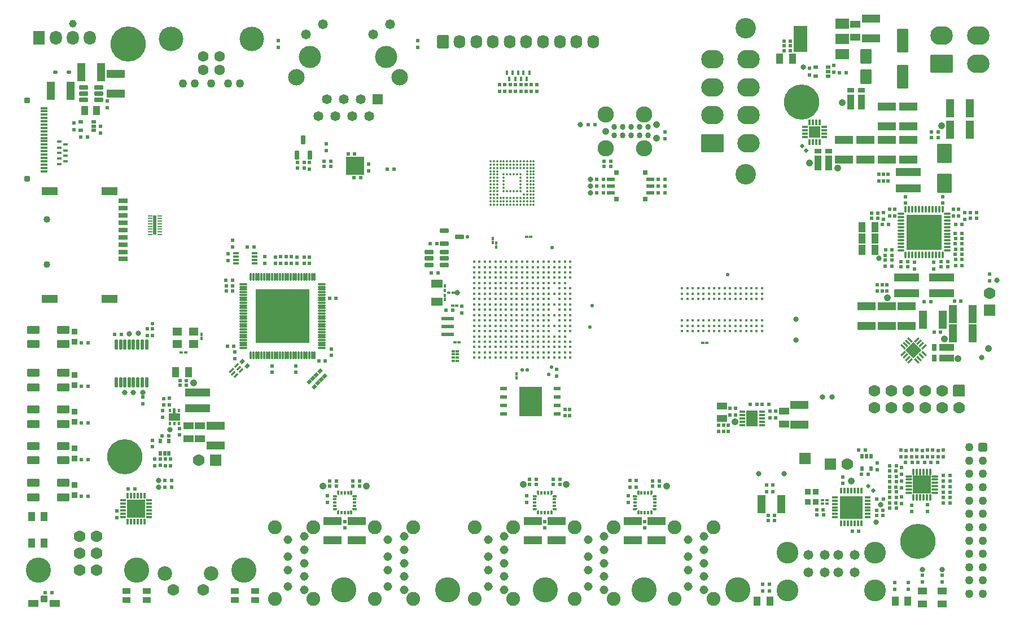
<source format=gts>
%FSLAX23Y23*%
%MOIN*%
%SFA1B1*%

%IPPOS*%
%AMD110*
4,1,8,0.025600,0.021200,-0.025600,0.021200,-0.031000,0.015700,-0.031000,-0.015700,-0.025600,-0.021200,0.025600,-0.021200,0.031000,-0.015700,0.031000,0.015700,0.025600,0.021200,0.0*
1,1,0.010860,0.025600,0.015700*
1,1,0.010860,-0.025600,0.015700*
1,1,0.010860,-0.025600,-0.015700*
1,1,0.010860,0.025600,-0.015700*
%
%AMD111*
4,1,8,0.016100,0.019200,-0.016100,0.019200,-0.021200,0.014200,-0.021200,-0.014200,-0.016100,-0.019200,0.016100,-0.019200,0.021200,-0.014200,0.021200,0.014200,0.016100,0.019200,0.0*
1,1,0.010080,0.016100,0.014200*
1,1,0.010080,-0.016100,0.014200*
1,1,0.010080,-0.016100,-0.014200*
1,1,0.010080,0.016100,-0.014200*
%
%AMD114*
4,1,8,0.006400,-0.015000,0.006400,0.015000,0.003700,0.017700,-0.003700,0.017700,-0.006400,0.015000,-0.006400,-0.015000,-0.003700,-0.017700,0.003700,-0.017700,0.006400,-0.015000,0.0*
1,1,0.005460,0.003700,-0.015000*
1,1,0.005460,0.003700,0.015000*
1,1,0.005460,-0.003700,0.015000*
1,1,0.005460,-0.003700,-0.015000*
%
%AMD115*
4,1,8,0.017700,-0.003700,0.017700,0.003700,0.015000,0.006400,-0.015000,0.006400,-0.017700,0.003700,-0.017700,-0.003700,-0.015000,-0.006400,0.015000,-0.006400,0.017700,-0.003700,0.0*
1,1,0.005460,0.015000,-0.003700*
1,1,0.005460,0.015000,0.003700*
1,1,0.005460,-0.015000,0.003700*
1,1,0.005460,-0.015000,-0.003700*
%
%AMD117*
4,1,8,-0.033000,0.038300,-0.033000,-0.038300,-0.026400,-0.044800,0.026400,-0.044800,0.033000,-0.038300,0.033000,0.038300,0.026400,0.044800,-0.026400,0.044800,-0.033000,0.038300,0.0*
1,1,0.013080,-0.026400,0.038300*
1,1,0.013080,-0.026400,-0.038300*
1,1,0.013080,0.026400,-0.038300*
1,1,0.013080,0.026400,0.038300*
%
%AMD118*
4,1,8,0.015100,-0.006100,-0.006100,0.015100,-0.009900,0.015100,-0.015100,0.009900,-0.015100,0.006100,0.006100,-0.015100,0.009900,-0.015100,0.015100,-0.009900,0.015100,-0.006100,0.0*
1,1,0.005460,0.013200,-0.008000*
1,1,0.005460,-0.008000,0.013200*
1,1,0.005460,-0.013200,0.008000*
1,1,0.005460,0.008000,-0.013200*
%
%AMD119*
4,1,8,0.015100,0.009900,0.009900,0.015100,0.006100,0.015100,-0.015100,-0.006100,-0.015100,-0.009900,-0.009900,-0.015100,-0.006100,-0.015100,0.015100,0.006100,0.015100,0.009900,0.0*
1,1,0.005460,0.013200,0.008000*
1,1,0.005460,0.008000,0.013200*
1,1,0.005460,-0.013200,-0.008000*
1,1,0.005460,-0.008000,-0.013200*
%
%AMD120*
4,1,4,0.000000,0.048800,-0.048800,0.000000,0.000000,-0.048800,0.048800,0.000000,0.000000,0.048800,0.0*
%
%AMD127*
4,1,8,0.009600,0.010400,-0.009600,0.010400,-0.013300,0.006600,-0.013300,-0.006600,-0.009600,-0.010400,0.009600,-0.010400,0.013300,-0.006600,0.013300,0.006600,0.009600,0.010400,0.0*
1,1,0.007420,0.009600,0.006600*
1,1,0.007420,-0.009600,0.006600*
1,1,0.007420,-0.009600,-0.006600*
1,1,0.007420,0.009600,-0.006600*
%
%AMD128*
4,1,8,0.023100,0.013300,-0.023100,0.013300,-0.027600,0.008900,-0.027600,-0.008900,-0.023100,-0.013300,0.023100,-0.013300,0.027600,-0.008900,0.027600,0.008900,0.023100,0.013300,0.0*
1,1,0.008900,0.023100,0.008900*
1,1,0.008900,-0.023100,0.008900*
1,1,0.008900,-0.023100,-0.008900*
1,1,0.008900,0.023100,-0.008900*
%
%AMD138*
4,1,4,0.016300,0.000300,0.000300,0.016300,-0.016300,-0.000300,-0.000300,-0.016300,0.016300,0.000300,0.0*
%
%AMD142*
4,1,8,0.000000,-0.025100,0.000000,-0.025100,0.005400,-0.019700,0.005400,0.019700,0.000000,0.025100,0.000000,0.025100,-0.005400,0.019700,-0.005400,-0.019700,0.000000,-0.025100,0.0*
1,1,0.010860,0.000000,-0.019700*
1,1,0.010860,0.000000,-0.019700*
1,1,0.010860,0.000000,0.019700*
1,1,0.010860,0.000000,0.019700*
%
%AMD143*
4,1,8,-0.025100,0.000000,-0.025100,0.000000,-0.019700,-0.005400,0.019700,-0.005400,0.025100,0.000000,0.025100,0.000000,0.019700,0.005400,-0.019700,0.005400,-0.025100,0.000000,0.0*
1,1,0.010860,-0.019700,0.000000*
1,1,0.010860,-0.019700,0.000000*
1,1,0.010860,0.019700,0.000000*
1,1,0.010860,0.019700,0.000000*
%
%AMD146*
4,1,8,0.031200,0.023100,-0.031200,0.023100,-0.035900,0.018400,-0.035900,-0.018400,-0.031200,-0.023100,0.031200,-0.023100,0.035900,-0.018400,0.035900,0.018400,0.031200,0.023100,0.0*
1,1,0.009480,0.031200,0.018400*
1,1,0.009480,-0.031200,0.018400*
1,1,0.009480,-0.031200,-0.018400*
1,1,0.009480,0.031200,-0.018400*
%
%AMD148*
4,1,8,0.018700,-0.003700,0.018700,0.003700,0.016000,0.006400,-0.016000,0.006400,-0.018700,0.003700,-0.018700,-0.003700,-0.016000,-0.006400,0.016000,-0.006400,0.018700,-0.003700,0.0*
1,1,0.005460,0.016000,-0.003700*
1,1,0.005460,0.016000,0.003700*
1,1,0.005460,-0.016000,0.003700*
1,1,0.005460,-0.016000,-0.003700*
%
%AMD149*
4,1,8,0.006400,-0.016000,0.006400,0.016000,0.003700,0.018700,-0.003700,0.018700,-0.006400,0.016000,-0.006400,-0.016000,-0.003700,-0.018700,0.003700,-0.018700,0.006400,-0.016000,0.0*
1,1,0.005460,0.003700,-0.016000*
1,1,0.005460,0.003700,0.016000*
1,1,0.005460,-0.003700,0.016000*
1,1,0.005460,-0.003700,-0.016000*
%
%AMD156*
4,1,8,-0.013300,0.023100,-0.013300,-0.023100,-0.008900,-0.027600,0.008900,-0.027600,0.013300,-0.023100,0.013300,0.023100,0.008900,0.027600,-0.008900,0.027600,-0.013300,0.023100,0.0*
1,1,0.008900,-0.008900,0.023100*
1,1,0.008900,-0.008900,-0.023100*
1,1,0.008900,0.008900,-0.023100*
1,1,0.008900,0.008900,0.023100*
%
%AMD157*
4,1,8,0.021200,-0.004700,0.021200,0.004700,0.018500,0.007400,-0.018500,0.007400,-0.021200,0.004700,-0.021200,-0.004700,-0.018500,-0.007400,0.018500,-0.007400,0.021200,-0.004700,0.0*
1,1,0.005360,0.018500,-0.004700*
1,1,0.005360,0.018500,0.004700*
1,1,0.005360,-0.018500,0.004700*
1,1,0.005360,-0.018500,-0.004700*
%
%AMD158*
4,1,8,0.017200,-0.011800,0.017200,0.011800,0.012800,0.016300,-0.012800,0.016300,-0.017200,0.011800,-0.017200,-0.011800,-0.012800,-0.016300,0.012800,-0.016300,0.017200,-0.011800,0.0*
1,1,0.008900,0.012800,-0.011800*
1,1,0.008900,0.012800,0.011800*
1,1,0.008900,-0.012800,0.011800*
1,1,0.008900,-0.012800,-0.011800*
%
%AMD164*
4,1,8,-0.009400,0.027100,-0.009400,-0.027100,-0.005900,-0.030500,0.005900,-0.030500,0.009400,-0.027100,0.009400,0.027100,0.005900,0.030500,-0.005900,0.030500,-0.009400,0.027100,0.0*
1,1,0.006940,-0.005900,0.027100*
1,1,0.006940,-0.005900,-0.027100*
1,1,0.006940,0.005900,-0.027100*
1,1,0.006940,0.005900,0.027100*
%
%AMD169*
4,1,4,-0.016800,-0.000700,-0.000700,-0.016800,0.016800,0.000700,0.000700,0.016800,-0.016800,-0.000700,0.0*
%
%AMD170*
4,1,4,0.017800,0.007900,0.007900,0.017800,-0.017800,-0.007900,-0.007900,-0.017800,0.017800,0.007900,0.0*
%
%AMD171*
4,1,4,0.016400,0.006500,0.006500,0.016400,-0.016400,-0.006500,-0.006500,-0.016400,0.016400,0.006500,0.0*
%
%AMD173*
4,1,8,-0.017200,0.003700,-0.017200,-0.003700,-0.014500,-0.006400,0.014500,-0.006400,0.017200,-0.003700,0.017200,0.003700,0.014500,0.006400,-0.014500,0.006400,-0.017200,0.003700,0.0*
1,1,0.005460,-0.014500,0.003700*
1,1,0.005460,-0.014500,-0.003700*
1,1,0.005460,0.014500,-0.003700*
1,1,0.005460,0.014500,0.003700*
%
%AMD174*
4,1,8,-0.006400,0.014500,-0.006400,-0.014500,-0.003700,-0.017200,0.003700,-0.017200,0.006400,-0.014500,0.006400,0.014500,0.003700,0.017200,-0.003700,0.017200,-0.006400,0.014500,0.0*
1,1,0.005460,-0.003700,0.014500*
1,1,0.005460,-0.003700,-0.014500*
1,1,0.005460,0.003700,-0.014500*
1,1,0.005460,0.003700,0.014500*
%
%AMD180*
4,1,8,0.017700,0.009400,-0.017700,0.009400,-0.021200,0.005900,-0.021200,-0.005900,-0.017700,-0.009400,0.017700,-0.009400,0.021200,-0.005900,0.021200,0.005900,0.017700,0.009400,0.0*
1,1,0.006940,0.017700,0.005900*
1,1,0.006940,-0.017700,0.005900*
1,1,0.006940,-0.017700,-0.005900*
1,1,0.006940,0.017700,-0.005900*
%
%AMD185*
4,1,8,-0.044800,0.046500,-0.044800,-0.046500,-0.034600,-0.056600,0.034600,-0.056600,0.044800,-0.046500,0.044800,0.046500,0.034600,0.056600,-0.034600,0.056600,-0.044800,0.046500,0.0*
1,1,0.020320,-0.034600,0.046500*
1,1,0.020320,-0.034600,-0.046500*
1,1,0.020320,0.034600,-0.046500*
1,1,0.020320,0.034600,0.046500*
%
%AMD186*
4,1,8,-0.033000,0.063900,-0.033000,-0.063900,-0.026400,-0.070400,0.026400,-0.070400,0.033000,-0.063900,0.033000,0.063900,0.026400,0.070400,-0.026400,0.070400,-0.033000,0.063900,0.0*
1,1,0.013080,-0.026400,0.063900*
1,1,0.013080,-0.026400,-0.063900*
1,1,0.013080,0.026400,-0.063900*
1,1,0.013080,0.026400,0.063900*
%
%AMD195*
4,1,8,0.025100,-0.018700,0.025100,0.018700,0.018700,0.025100,-0.018700,0.025100,-0.025100,0.018700,-0.025100,-0.018700,-0.018700,-0.025100,0.018700,-0.025100,0.025100,-0.018700,0.0*
1,1,0.012920,0.018700,-0.018700*
1,1,0.012920,0.018700,0.018700*
1,1,0.012920,-0.018700,0.018700*
1,1,0.012920,-0.018700,-0.018700*
%
%AMD196*
4,1,8,-0.035000,0.000000,-0.035000,0.000000,0.000000,-0.035000,0.000000,-0.035000,0.035000,0.000000,0.035000,0.000000,0.000000,0.035000,0.000000,0.035000,-0.035000,0.000000,0.0*
1,1,0.069920,0.000000,0.000000*
1,1,0.069920,0.000000,0.000000*
1,1,0.069920,0.000000,0.000000*
1,1,0.069920,0.000000,0.000000*
%
%AMD207*
4,1,8,0.035000,-0.028400,0.035000,0.028400,0.028400,0.035000,-0.028400,0.035000,-0.035000,0.028400,-0.035000,-0.028400,-0.028400,-0.035000,0.028400,-0.035000,0.035000,-0.028400,0.0*
1,1,0.013040,0.028400,-0.028400*
1,1,0.013040,0.028400,0.028400*
1,1,0.013040,-0.028400,0.028400*
1,1,0.013040,-0.028400,-0.028400*
%
%AMD208*
4,1,8,0.000000,-0.035000,0.000000,-0.035000,0.035000,0.000000,0.035000,0.000000,0.000000,0.035000,0.000000,0.035000,-0.035000,0.000000,-0.035000,0.000000,0.000000,-0.035000,0.0*
1,1,0.069920,0.000000,0.000000*
1,1,0.069920,0.000000,0.000000*
1,1,0.069920,0.000000,0.000000*
1,1,0.069920,0.000000,0.000000*
%
%AMD209*
4,1,8,-0.066500,0.000000,-0.066500,0.000000,-0.011800,-0.054600,0.011800,-0.054600,0.066500,0.000000,0.066500,0.000000,0.011800,0.054600,-0.011800,0.054600,-0.066500,0.000000,0.0*
1,1,0.109300,-0.011800,0.000000*
1,1,0.109300,-0.011800,0.000000*
1,1,0.109300,0.011800,0.000000*
1,1,0.109300,0.011800,0.000000*
%
%AMD210*
4,1,8,-0.066500,0.048400,-0.066500,-0.048400,-0.060200,-0.054600,0.060200,-0.054600,0.066500,-0.048400,0.066500,0.048400,0.060200,0.054600,-0.060200,0.054600,-0.066500,0.048400,0.0*
1,1,0.012560,-0.060200,0.048400*
1,1,0.012560,-0.060200,-0.048400*
1,1,0.012560,0.060200,-0.048400*
1,1,0.012560,0.060200,0.048400*
%
%AMD219*
4,1,8,-0.035500,0.005900,-0.035500,-0.005900,0.000000,-0.041500,0.000000,-0.041500,0.035500,-0.005900,0.035500,0.005900,0.000000,0.041500,0.000000,0.041500,-0.035500,0.005900,0.0*
1,1,0.071100,0.000000,0.005900*
1,1,0.071100,0.000000,-0.005900*
1,1,0.071100,0.000000,-0.005900*
1,1,0.071100,0.000000,0.005900*
%
%AMD224*
4,1,8,0.028400,0.039900,-0.028400,0.039900,-0.035000,0.033400,-0.035000,-0.033400,-0.028400,-0.039900,0.028400,-0.039900,0.035000,-0.033400,0.035000,0.033400,0.028400,0.039900,0.0*
1,1,0.013040,0.028400,0.033400*
1,1,0.013040,-0.028400,0.033400*
1,1,0.013040,-0.028400,-0.033400*
1,1,0.013040,0.028400,-0.033400*
%
%AMD225*
4,1,8,0.000000,0.039900,0.000000,0.039900,-0.035000,0.004900,-0.035000,-0.004900,0.000000,-0.039900,0.000000,-0.039900,0.035000,-0.004900,0.035000,0.004900,0.000000,0.039900,0.0*
1,1,0.069920,0.000000,0.004900*
1,1,0.069920,0.000000,0.004900*
1,1,0.069920,0.000000,-0.004900*
1,1,0.069920,0.000000,-0.004900*
%
%ADD109R,0.014800X0.026610*%
G04~CAMADD=110~8~0.0~0.0~620.5~423.6~54.3~0.0~15~0.0~0.0~0.0~0.0~0~0.0~0.0~0.0~0.0~0~0.0~0.0~0.0~0.0~620.5~423.6*
%ADD110D110*%
G04~CAMADD=111~8~0.0~0.0~423.6~384.2~50.4~0.0~15~0.0~0.0~0.0~0.0~0~0.0~0.0~0.0~0.0~0~0.0~0.0~0.0~0.0~423.6~384.2*
%ADD111D111*%
%ADD112R,0.022990X0.024990*%
%ADD113R,0.148660X0.050240*%
G04~CAMADD=114~8~0.0~0.0~354.7~128.4~27.3~0.0~15~0.0~0.0~0.0~0.0~0~0.0~0.0~0.0~0.0~0~0.0~0.0~0.0~270.0~128.0~354.0*
%ADD114D114*%
G04~CAMADD=115~8~0.0~0.0~128.4~354.7~27.3~0.0~15~0.0~0.0~0.0~0.0~0~0.0~0.0~0.0~0.0~0~0.0~0.0~0.0~270.0~354.0~128.0*
%ADD115D115*%
%ADD116R,0.069130X0.069130*%
G04~CAMADD=117~8~0.0~0.0~896.1~659.8~65.4~0.0~15~0.0~0.0~0.0~0.0~0~0.0~0.0~0.0~0.0~0~0.0~0.0~0.0~90.0~660.0~896.0*
%ADD117D117*%
G04~CAMADD=118~8~0.0~0.0~354.7~128.4~27.3~0.0~15~0.0~0.0~0.0~0.0~0~0.0~0.0~0.0~0.0~0~0.0~0.0~0.0~315.0~318.0~318.0*
%ADD118D118*%
G04~CAMADD=119~8~0.0~0.0~128.4~354.7~27.3~0.0~15~0.0~0.0~0.0~0.0~0~0.0~0.0~0.0~0.0~0~0.0~0.0~0.0~315.0~318.0~318.0*
%ADD119D119*%
G04~CAMADD=120~10~0.0~691.3~0.0~0.0~0.0~0.0~0~0.0~0.0~0.0~0.0~0~0.0~0.0~0.0~0.0~0~0.0~0.0~0.0~405.0~691.3~0.0*
%ADD120D120*%
%ADD121R,0.016770X0.024650*%
%ADD122R,0.034490X0.014800*%
%ADD123R,0.026610X0.014800*%
%ADD124R,0.024960X0.012990*%
%ADD125R,0.012990X0.024960*%
%ADD126R,0.047990X0.107990*%
G04~CAMADD=127~8~0.0~0.0~266.1~207.1~37.1~0.0~15~0.0~0.0~0.0~0.0~0~0.0~0.0~0.0~0.0~0~0.0~0.0~0.0~0.0~266.1~207.1*
%ADD127D127*%
G04~CAMADD=128~8~0.0~0.0~551.6~266.1~44.5~0.0~15~0.0~0.0~0.0~0.0~0~0.0~0.0~0.0~0.0~0~0.0~0.0~0.0~0.0~551.6~266.1*
%ADD128D128*%
%ADD129R,0.107990X0.047990*%
%ADD130R,0.024990X0.022990*%
%ADD131R,0.022680X0.023460*%
%ADD132C,0.032520*%
%ADD133R,0.020710X0.015590*%
%ADD134R,0.018740X0.015200*%
%ADD135R,0.042990X0.057990*%
%ADD136C,0.022680*%
%ADD137C,0.042360*%
G04~CAMADD=138~9~0.0~0.0~226.8~234.6~0.0~0.0~0~0.0~0.0~0.0~0.0~0~0.0~0.0~0.0~0.0~0~0.0~0.0~0.0~315.0~326.0~325.0*
%ADD138D138*%
%ADD139R,0.042360X0.085670*%
%ADD140R,0.042360X0.030550*%
%ADD141R,0.023460X0.022680*%
G04~CAMADD=142~8~0.0~0.0~108.7~502.4~54.3~0.0~15~0.0~0.0~0.0~0.0~0~0.0~0.0~0.0~0.0~0~0.0~0.0~0.0~180.0~108.0~502.0*
%ADD142D142*%
G04~CAMADD=143~8~0.0~0.0~108.7~502.4~54.3~0.0~15~0.0~0.0~0.0~0.0~0~0.0~0.0~0.0~0.0~0~0.0~0.0~0.0~90.0~502.0~108.0*
%ADD143D143*%
%ADD144R,0.107980X0.107980*%
%ADD145R,0.042990X0.058990*%
G04~CAMADD=146~8~0.0~0.0~718.9~463.0~47.4~0.0~15~0.0~0.0~0.0~0.0~0~0.0~0.0~0.0~0.0~0~0.0~0.0~0.0~0.0~718.9~463.0*
%ADD146D146*%
%ADD147R,0.035280X0.037990*%
G04~CAMADD=148~8~0.0~0.0~128.4~374.4~27.3~0.0~15~0.0~0.0~0.0~0.0~0~0.0~0.0~0.0~0.0~0~0.0~0.0~0.0~270.0~374.0~128.0*
%ADD148D148*%
G04~CAMADD=149~8~0.0~0.0~374.4~128.4~27.3~0.0~15~0.0~0.0~0.0~0.0~0~0.0~0.0~0.0~0.0~0~0.0~0.0~0.0~270.0~128.0~374.0*
%ADD149D149*%
%ADD150R,0.205750X0.205750*%
%ADD151R,0.041380X0.058110*%
%ADD152R,0.018740X0.028580*%
%ADD153R,0.105350X0.105350*%
%ADD154R,0.085670X0.042360*%
%ADD155R,0.030550X0.042360*%
G04~CAMADD=156~8~0.0~0.0~551.6~266.1~44.5~0.0~15~0.0~0.0~0.0~0.0~0~0.0~0.0~0.0~0.0~0~0.0~0.0~0.0~90.0~266.0~552.0*
%ADD156D156*%
G04~CAMADD=157~8~0.0~0.0~148.0~423.6~26.8~0.0~15~0.0~0.0~0.0~0.0~0~0.0~0.0~0.0~0.0~0~0.0~0.0~0.0~270.0~424.0~148.0*
%ADD157D157*%
G04~CAMADD=158~8~0.0~0.0~325.2~344.9~44.5~0.0~15~0.0~0.0~0.0~0.0~0~0.0~0.0~0.0~0.0~0~0.0~0.0~0.0~270.0~346.0~325.0*
%ADD158D158*%
%ADD159R,0.097480X0.050240*%
%ADD160R,0.058110X0.027010*%
%ADD161R,0.028580X0.018740*%
%ADD162R,0.018990X0.112990*%
%ADD163R,0.026800X0.011020*%
G04~CAMADD=164~8~0.0~0.0~610.6~187.4~34.7~0.0~15~0.0~0.0~0.0~0.0~0~0.0~0.0~0.0~0.0~0~0.0~0.0~0.0~90.0~188.0~611.0*
%ADD164D164*%
%ADD165R,0.058110X0.050240*%
%ADD166R,0.048990X0.035990*%
%ADD167R,0.058990X0.042990*%
%ADD168R,0.015590X0.020710*%
G04~CAMADD=169~9~0.0~0.0~229.9~249.9~0.0~0.0~0~0.0~0.0~0.0~0.0~0~0.0~0.0~0.0~0.0~0~0.0~0.0~0.0~135.0~336.0~335.0*
%ADD169D169*%
G04~CAMADD=170~9~0.0~0.0~140.2~364.6~0.0~0.0~0~0.0~0.0~0.0~0.0~0~0.0~0.0~0.0~0.0~0~0.0~0.0~0.0~315.0~356.0~355.0*
%ADD170D170*%
G04~CAMADD=171~9~0.0~0.0~140.2~325.2~0.0~0.0~0~0.0~0.0~0.0~0.0~0~0.0~0.0~0.0~0.0~0~0.0~0.0~0.0~315.0~328.0~327.0*
%ADD171D171*%
%ADD172R,0.134880X0.134880*%
G04~CAMADD=173~8~0.0~0.0~128.4~344.9~27.3~0.0~15~0.0~0.0~0.0~0.0~0~0.0~0.0~0.0~0.0~0~0.0~0.0~0.0~90.0~344.0~128.0*
%ADD173D173*%
G04~CAMADD=174~8~0.0~0.0~344.9~128.4~27.3~0.0~15~0.0~0.0~0.0~0.0~0~0.0~0.0~0.0~0.0~0~0.0~0.0~0.0~90.0~128.0~344.0*
%ADD174D174*%
%ADD175R,0.032520X0.036460*%
%ADD176R,0.058110X0.041380*%
%ADD177R,0.032520X0.014800*%
%ADD178R,0.067950X0.097480*%
%ADD179R,0.015200X0.018740*%
G04~CAMADD=180~8~0.0~0.0~423.6~187.4~34.7~0.0~15~0.0~0.0~0.0~0.0~0~0.0~0.0~0.0~0.0~0~0.0~0.0~0.0~0.0~423.6~187.4*
%ADD180D180*%
%ADD181R,0.136850X0.172280*%
%ADD182R,0.071890X0.018740*%
%ADD183R,0.069920X0.046300*%
%ADD184C,0.015590*%
G04~CAMADD=185~8~0.0~0.0~1132.3~896.1~101.6~0.0~15~0.0~0.0~0.0~0.0~0~0.0~0.0~0.0~0.0~0~0.0~0.0~0.0~90.0~896.0~1132.0*
%ADD185D185*%
G04~CAMADD=186~8~0.0~0.0~1407.9~659.8~65.4~0.0~15~0.0~0.0~0.0~0.0~0~0.0~0.0~0.0~0.0~0~0.0~0.0~0.0~90.0~660.0~1408.0*
%ADD186D186*%
%ADD187R,0.081730X0.062050*%
%ADD188R,0.081730X0.152600*%
%ADD189C,0.013430*%
%ADD190R,0.050240X0.022680*%
%ADD191R,0.030550X0.030550*%
%ADD192C,0.033990*%
%ADD193C,0.055490*%
%ADD194C,0.050240*%
G04~CAMADD=195~8~0.0~0.0~502.4~502.4~64.6~0.0~15~0.0~0.0~0.0~0.0~0~0.0~0.0~0.0~0.0~0~0.0~0.0~0.0~270.0~502.0~502.0*
%ADD195D195*%
G04~CAMADD=196~8~0.0~0.0~699.2~699.2~349.6~0.0~15~0.0~0.0~0.0~0.0~0~0.0~0.0~0.0~0.0~0~0.0~0.0~0.0~90.0~700.0~699.0*
%ADD196D196*%
%ADD197R,0.069920X0.069920*%
%ADD198R,0.069920X0.069920*%
%ADD199C,0.039990*%
%ADD200C,0.069920*%
%ADD201C,0.085670*%
%ADD202C,0.051810*%
%ADD203C,0.081990*%
%ADD204C,0.128980*%
%ADD205C,0.058110*%
%ADD206C,0.024650*%
G04~CAMADD=207~8~0.0~0.0~699.2~699.2~65.2~0.0~15~0.0~0.0~0.0~0.0~0~0.0~0.0~0.0~0.0~0~0.0~0.0~0.0~270.0~700.0~700.0*
%ADD207D207*%
G04~CAMADD=208~8~0.0~0.0~699.2~699.2~349.6~0.0~15~0.0~0.0~0.0~0.0~0~0.0~0.0~0.0~0.0~0~0.0~0.0~0.0~180.0~700.0~699.0*
%ADD208D208*%
G04~CAMADD=209~8~0.0~0.0~1092.9~1329.1~546.5~0.0~15~0.0~0.0~0.0~0.0~0~0.0~0.0~0.0~0.0~0~0.0~0.0~0.0~90.0~1330.0~1093.0*
%ADD209D209*%
G04~CAMADD=210~8~0.0~0.0~1092.9~1329.1~62.8~0.0~15~0.0~0.0~0.0~0.0~0~0.0~0.0~0.0~0.0~0~0.0~0.0~0.0~90.0~1330.0~1093.0*
%ADD210D210*%
%ADD211C,0.121100*%
%ADD212R,0.058430X0.058430*%
%ADD213C,0.058430*%
%ADD214C,0.097480*%
%ADD215C,0.130950*%
%ADD216C,0.058030*%
%ADD217C,0.062840*%
%ADD218C,0.144730*%
G04~CAMADD=219~8~0.0~0.0~829.1~711.0~355.5~0.0~15~0.0~0.0~0.0~0.0~0~0.0~0.0~0.0~0.0~0~0.0~0.0~0.0~90.0~712.0~829.0*
%ADD219D219*%
%ADD220R,0.071100X0.082910*%
%ADD221C,0.046300*%
%ADD222C,0.096490*%
%ADD223C,0.041990*%
G04~CAMADD=224~8~0.0~0.0~699.2~797.6~65.2~0.0~15~0.0~0.0~0.0~0.0~0~0.0~0.0~0.0~0.0~0~0.0~0.0~0.0~0.0~699.2~797.6*
%ADD224D224*%
G04~CAMADD=225~8~0.0~0.0~699.2~797.6~349.6~0.0~15~0.0~0.0~0.0~0.0~0~0.0~0.0~0.0~0.0~0~0.0~0.0~0.0~0.0~699.2~797.6*
%ADD225D225*%
%ADD226C,0.207720*%
%ADD227C,0.148660*%
%LNbenchy-mb-pcb-changes-1*%
%LPD*%
G36*
X1698Y1977D02*
X1698Y1977D01*
X1698Y1977*
X1698Y1977*
X1699Y1977*
X1699Y1976*
X1699Y1976*
X1699Y1976*
Y1947*
X1723*
X1723Y1947*
X1723Y1947*
X1724Y1947*
X1724Y1947*
X1724Y1946*
X1724Y1946*
X1724Y1946*
X1724Y1946*
Y1908*
X1724Y1907*
X1724Y1907*
X1724Y1907*
X1724Y1907*
X1724Y1907*
X1723Y1906*
X1723Y1906*
X1723Y1906*
X1658*
X1658Y1906*
X1657Y1906*
X1657Y1907*
X1657Y1907*
X1657Y1907*
X1657Y1907*
X1656Y1907*
X1656Y1908*
Y1946*
X1656Y1946*
X1657Y1946*
X1657Y1946*
X1657Y1947*
X1657Y1947*
X1657Y1947*
X1658Y1947*
X1658Y1947*
X1682*
Y1976*
X1682Y1976*
X1682Y1976*
X1682Y1977*
X1682Y1977*
X1683Y1977*
X1683Y1977*
X1683Y1977*
X1684Y1977*
X1697*
X1698Y1977*
G37*
G36*
X2741Y1491D02*
X2741Y1491D01*
X2741Y1491*
X2741Y1491*
X2742Y1491*
X2742Y1490*
X2742Y1490*
X2742Y1490*
Y1473*
X2742Y1472*
X2742Y1472*
X2742Y1472*
X2741Y1472*
X2736Y1467*
X2736Y1467*
X2736Y1466*
X2736Y1466*
X2735Y1466*
X2730*
X2730Y1466*
X2730Y1466*
X2730Y1467*
X2729Y1467*
X2729Y1467*
X2729Y1467*
X2729Y1467*
X2729Y1468*
Y1490*
X2729Y1490*
X2729Y1490*
X2729Y1491*
X2729Y1491*
X2730Y1491*
X2730Y1491*
X2730Y1491*
X2730Y1491*
X2740*
X2741Y1491*
G37*
G36*
X2663D02*
X2663Y1491D01*
X2663Y1491*
X2663Y1491*
X2664Y1491*
X2664Y1490*
X2664Y1490*
X2664Y1490*
Y1468*
X2664Y1467*
X2664Y1467*
X2664Y1467*
X2663Y1467*
X2663Y1467*
X2663Y1466*
X2663Y1466*
X2662Y1466*
X2657*
X2657Y1466*
X2657Y1466*
X2657Y1467*
X2656Y1467*
X2651Y1472*
X2651Y1472*
X2651Y1472*
X2651Y1472*
X2651Y1473*
Y1490*
X2651Y1490*
X2651Y1490*
X2651Y1491*
X2651Y1491*
X2652Y1491*
X2652Y1491*
X2652Y1491*
X2652Y1491*
X2662*
X2663Y1491*
G37*
G36*
X4512D02*
X4513Y1491D01*
X4513Y1491*
X4513Y1491*
X4513Y1491*
X4513Y1490*
X4513Y1490*
X4514Y1490*
Y1473*
X4513Y1472*
X4513Y1472*
X4513Y1472*
X4513Y1472*
X4508Y1467*
X4508Y1467*
X4508Y1466*
X4507Y1466*
X4507Y1466*
X4502*
X4502Y1466*
X4501Y1466*
X4501Y1467*
X4501Y1467*
X4501Y1467*
X4501Y1467*
X4501Y1467*
X4501Y1468*
Y1490*
X4501Y1490*
X4501Y1490*
X4501Y1491*
X4501Y1491*
X4501Y1491*
X4501Y1491*
X4502Y1491*
X4502Y1491*
X4512*
X4512Y1491*
G37*
G36*
X4434D02*
X4435Y1491D01*
X4435Y1491*
X4435Y1491*
X4435Y1491*
X4435Y1490*
X4435Y1490*
X4436Y1490*
Y1468*
X4435Y1467*
X4435Y1467*
X4435Y1467*
X4435Y1467*
X4435Y1467*
X4435Y1466*
X4434Y1466*
X4434Y1466*
X4429*
X4429Y1466*
X4428Y1466*
X4428Y1467*
X4428Y1467*
X4423Y1472*
X4423Y1472*
X4423Y1472*
X4423Y1472*
X4423Y1473*
Y1490*
X4423Y1490*
X4423Y1490*
X4423Y1491*
X4423Y1491*
X4423Y1491*
X4423Y1491*
X4424Y1491*
X4424Y1491*
X4434*
X4434Y1491*
G37*
G36*
X3922D02*
X3922Y1491D01*
X3922Y1491*
X3923Y1491*
X3923Y1491*
X3923Y1490*
X3923Y1490*
X3923Y1490*
Y1473*
X3923Y1472*
X3923Y1472*
X3923Y1472*
X3923Y1472*
X3918Y1467*
X3917Y1467*
X3917Y1466*
X3917Y1466*
X3916Y1466*
X3911*
X3911Y1466*
X3911Y1466*
X3911Y1467*
X3910Y1467*
X3910Y1467*
X3910Y1467*
X3910Y1467*
X3910Y1468*
Y1490*
X3910Y1490*
X3910Y1490*
X3910Y1491*
X3910Y1491*
X3911Y1491*
X3911Y1491*
X3911Y1491*
X3911Y1491*
X3921*
X3922Y1491*
G37*
G36*
X3844D02*
X3844Y1491D01*
X3844Y1491*
X3845Y1491*
X3845Y1491*
X3845Y1490*
X3845Y1490*
X3845Y1490*
Y1468*
X3845Y1467*
X3845Y1467*
X3845Y1467*
X3845Y1467*
X3844Y1467*
X3844Y1466*
X3844Y1466*
X3843Y1466*
X3838*
X3838Y1466*
X3838Y1466*
X3838Y1467*
X3837Y1467*
X3832Y1472*
X3832Y1472*
X3832Y1472*
X3832Y1472*
X3832Y1473*
Y1490*
X3832Y1490*
X3832Y1490*
X3832Y1491*
X3832Y1491*
X3833Y1491*
X3833Y1491*
X3833Y1491*
X3833Y1491*
X3843*
X3844Y1491*
G37*
G36*
X2766Y1466D02*
X2766Y1466D01*
X2766Y1466*
X2766Y1466*
X2767Y1466*
X2767Y1465*
X2767Y1465*
X2767Y1465*
Y1455*
X2767Y1454*
X2767Y1454*
X2767Y1454*
X2766Y1454*
X2766Y1454*
X2766Y1453*
X2766Y1453*
X2765Y1453*
X2743*
X2743Y1453*
X2743Y1453*
X2743Y1454*
X2742Y1454*
X2742Y1454*
X2742Y1454*
X2742Y1454*
X2742Y1455*
Y1460*
X2742Y1460*
X2742Y1460*
X2742Y1461*
X2742Y1461*
X2747Y1466*
X2748Y1466*
X2748Y1466*
X2748Y1466*
X2748Y1466*
X2765*
X2766Y1466*
G37*
G36*
X2645D02*
X2645Y1466D01*
X2645Y1466*
X2645Y1466*
X2650Y1461*
X2651Y1461*
X2651Y1460*
X2651Y1460*
X2651Y1460*
Y1455*
X2651Y1454*
X2651Y1454*
X2651Y1454*
X2650Y1454*
X2650Y1454*
X2650Y1453*
X2650Y1453*
X2649Y1453*
X2627*
X2627Y1453*
X2627Y1453*
X2627Y1454*
X2626Y1454*
X2626Y1454*
X2626Y1454*
X2626Y1454*
X2626Y1455*
Y1465*
X2626Y1465*
X2626Y1465*
X2626Y1466*
X2626Y1466*
X2627Y1466*
X2627Y1466*
X2627Y1466*
X2627Y1466*
X2644*
X2645Y1466*
G37*
G36*
X4537D02*
X4538Y1466D01*
X4538Y1466*
X4538Y1466*
X4538Y1466*
X4538Y1465*
X4538Y1465*
X4538Y1465*
Y1455*
X4538Y1454*
X4538Y1454*
X4538Y1454*
X4538Y1454*
X4538Y1454*
X4538Y1453*
X4537Y1453*
X4537Y1453*
X4515*
X4515Y1453*
X4514Y1453*
X4514Y1454*
X4514Y1454*
X4514Y1454*
X4514Y1454*
X4514Y1454*
X4514Y1455*
Y1460*
X4514Y1460*
X4514Y1460*
X4514Y1461*
X4514Y1461*
X4519Y1466*
X4519Y1466*
X4519Y1466*
X4520Y1466*
X4520Y1466*
X4537*
X4537Y1466*
G37*
G36*
X4416D02*
X4417Y1466D01*
X4417Y1466*
X4417Y1466*
X4422Y1461*
X4422Y1461*
X4422Y1460*
X4422Y1460*
X4423Y1460*
Y1455*
X4422Y1454*
X4422Y1454*
X4422Y1454*
X4422Y1454*
X4422Y1454*
X4422Y1453*
X4421Y1453*
X4421Y1453*
X4399*
X4399Y1453*
X4398Y1453*
X4398Y1454*
X4398Y1454*
X4398Y1454*
X4398Y1454*
X4398Y1454*
X4398Y1455*
Y1465*
X4398Y1465*
X4398Y1465*
X4398Y1466*
X4398Y1466*
X4398Y1466*
X4398Y1466*
X4399Y1466*
X4399Y1466*
X4416*
X4416Y1466*
G37*
G36*
X3947D02*
X3947Y1466D01*
X3947Y1466*
X3947Y1466*
X3948Y1466*
X3948Y1465*
X3948Y1465*
X3948Y1465*
Y1455*
X3948Y1454*
X3948Y1454*
X3948Y1454*
X3947Y1454*
X3947Y1454*
X3947Y1453*
X3947Y1453*
X3946Y1453*
X3924*
X3924Y1453*
X3924Y1453*
X3924Y1454*
X3923Y1454*
X3923Y1454*
X3923Y1454*
X3923Y1454*
X3923Y1455*
Y1460*
X3923Y1460*
X3923Y1460*
X3923Y1461*
X3923Y1461*
X3928Y1466*
X3929Y1466*
X3929Y1466*
X3929Y1466*
X3929Y1466*
X3946*
X3947Y1466*
G37*
G36*
X3826D02*
X3826Y1466D01*
X3826Y1466*
X3827Y1466*
X3832Y1461*
X3832Y1461*
X3832Y1460*
X3832Y1460*
X3832Y1460*
Y1455*
X3832Y1454*
X3832Y1454*
X3832Y1454*
X3832Y1454*
X3831Y1454*
X3831Y1453*
X3831Y1453*
X3830Y1453*
X3808*
X3808Y1453*
X3808Y1453*
X3808Y1454*
X3807Y1454*
X3807Y1454*
X3807Y1454*
X3807Y1454*
X3807Y1455*
Y1465*
X3807Y1465*
X3807Y1465*
X3807Y1466*
X3807Y1466*
X3808Y1466*
X3808Y1466*
X3808Y1466*
X3808Y1466*
X3825*
X3826Y1466*
G37*
G36*
X2766Y1388D02*
X2766Y1388D01*
X2766Y1388*
X2766Y1388*
X2767Y1388*
X2767Y1387*
X2767Y1387*
X2767Y1387*
Y1377*
X2767Y1376*
X2767Y1376*
X2767Y1376*
X2766Y1376*
X2766Y1376*
X2766Y1375*
X2766Y1375*
X2765Y1375*
X2748*
X2748Y1375*
X2748Y1375*
X2748Y1376*
X2747Y1376*
X2742Y1381*
X2742Y1381*
X2742Y1381*
X2742Y1381*
X2742Y1382*
Y1387*
X2742Y1387*
X2742Y1387*
X2742Y1388*
X2742Y1388*
X2743Y1388*
X2743Y1388*
X2743Y1388*
X2743Y1388*
X2765*
X2766Y1388*
G37*
G36*
X2650D02*
X2650Y1388D01*
X2650Y1388*
X2650Y1388*
X2651Y1388*
X2651Y1387*
X2651Y1387*
X2651Y1387*
Y1382*
X2651Y1381*
X2651Y1381*
X2651Y1381*
X2650Y1381*
X2645Y1376*
X2645Y1376*
X2645Y1375*
X2645Y1375*
X2644Y1375*
X2627*
X2627Y1375*
X2627Y1375*
X2627Y1376*
X2626Y1376*
X2626Y1376*
X2626Y1376*
X2626Y1376*
X2626Y1377*
Y1387*
X2626Y1387*
X2626Y1387*
X2626Y1388*
X2626Y1388*
X2627Y1388*
X2627Y1388*
X2627Y1388*
X2627Y1388*
X2649*
X2650Y1388*
G37*
G36*
X4537D02*
X4538Y1388D01*
X4538Y1388*
X4538Y1388*
X4538Y1388*
X4538Y1387*
X4538Y1387*
X4538Y1387*
Y1377*
X4538Y1376*
X4538Y1376*
X4538Y1376*
X4538Y1376*
X4538Y1376*
X4538Y1375*
X4537Y1375*
X4537Y1375*
X4520*
X4520Y1375*
X4519Y1375*
X4519Y1376*
X4519Y1376*
X4514Y1381*
X4514Y1381*
X4514Y1381*
X4514Y1381*
X4514Y1382*
Y1387*
X4514Y1387*
X4514Y1387*
X4514Y1388*
X4514Y1388*
X4514Y1388*
X4514Y1388*
X4515Y1388*
X4515Y1388*
X4537*
X4537Y1388*
G37*
G36*
X4421D02*
X4422Y1388D01*
X4422Y1388*
X4422Y1388*
X4422Y1388*
X4422Y1387*
X4422Y1387*
X4423Y1387*
Y1382*
X4422Y1381*
X4422Y1381*
X4422Y1381*
X4422Y1381*
X4417Y1376*
X4417Y1376*
X4417Y1375*
X4416Y1375*
X4416Y1375*
X4399*
X4399Y1375*
X4398Y1375*
X4398Y1376*
X4398Y1376*
X4398Y1376*
X4398Y1376*
X4398Y1376*
X4398Y1377*
Y1387*
X4398Y1387*
X4398Y1387*
X4398Y1388*
X4398Y1388*
X4398Y1388*
X4398Y1388*
X4399Y1388*
X4399Y1388*
X4421*
X4421Y1388*
G37*
G36*
X3947D02*
X3947Y1388D01*
X3947Y1388*
X3947Y1388*
X3948Y1388*
X3948Y1387*
X3948Y1387*
X3948Y1387*
Y1377*
X3948Y1376*
X3948Y1376*
X3948Y1376*
X3947Y1376*
X3947Y1376*
X3947Y1375*
X3947Y1375*
X3946Y1375*
X3929*
X3929Y1375*
X3929Y1375*
X3929Y1376*
X3928Y1376*
X3923Y1381*
X3923Y1381*
X3923Y1381*
X3923Y1381*
X3923Y1382*
Y1387*
X3923Y1387*
X3923Y1387*
X3923Y1388*
X3923Y1388*
X3924Y1388*
X3924Y1388*
X3924Y1388*
X3924Y1388*
X3946*
X3947Y1388*
G37*
G36*
X3831D02*
X3831Y1388D01*
X3831Y1388*
X3832Y1388*
X3832Y1388*
X3832Y1387*
X3832Y1387*
X3832Y1387*
Y1382*
X3832Y1381*
X3832Y1381*
X3832Y1381*
X3832Y1381*
X3827Y1376*
X3826Y1376*
X3826Y1375*
X3826Y1375*
X3825Y1375*
X3808*
X3808Y1375*
X3808Y1375*
X3808Y1376*
X3807Y1376*
X3807Y1376*
X3807Y1376*
X3807Y1376*
X3807Y1377*
Y1387*
X3807Y1387*
X3807Y1387*
X3807Y1388*
X3807Y1388*
X3808Y1388*
X3808Y1388*
X3808Y1388*
X3808Y1388*
X3830*
X3831Y1388*
G37*
G36*
X2736Y1375D02*
X2736Y1375D01*
X2736Y1375*
X2736Y1375*
X2741Y1370*
X2742Y1370*
X2742Y1369*
X2742Y1369*
X2742Y1369*
Y1352*
X2742Y1352*
X2742Y1351*
X2742Y1351*
X2741Y1351*
X2741Y1351*
X2741Y1350*
X2741Y1350*
X2740Y1350*
X2730*
X2730Y1350*
X2730Y1350*
X2730Y1351*
X2729Y1351*
X2729Y1351*
X2729Y1351*
X2729Y1352*
X2729Y1352*
Y1374*
X2729Y1374*
X2729Y1374*
X2729Y1375*
X2729Y1375*
X2730Y1375*
X2730Y1375*
X2730Y1375*
X2730Y1375*
X2735*
X2736Y1375*
G37*
G36*
X2663D02*
X2663Y1375D01*
X2663Y1375*
X2663Y1375*
X2664Y1375*
X2664Y1374*
X2664Y1374*
X2664Y1374*
Y1352*
X2664Y1352*
X2664Y1351*
X2664Y1351*
X2663Y1351*
X2663Y1351*
X2663Y1350*
X2663Y1350*
X2662Y1350*
X2652*
X2652Y1350*
X2652Y1350*
X2652Y1351*
X2651Y1351*
X2651Y1351*
X2651Y1351*
X2651Y1352*
X2651Y1352*
Y1369*
X2651Y1369*
X2651Y1369*
X2651Y1370*
X2651Y1370*
X2656Y1375*
X2657Y1375*
X2657Y1375*
X2657Y1375*
X2657Y1375*
X2662*
X2663Y1375*
G37*
G36*
X4507D02*
X4508Y1375D01*
X4508Y1375*
X4508Y1375*
X4513Y1370*
X4513Y1370*
X4513Y1369*
X4513Y1369*
X4514Y1369*
Y1352*
X4513Y1352*
X4513Y1351*
X4513Y1351*
X4513Y1351*
X4513Y1351*
X4513Y1350*
X4512Y1350*
X4512Y1350*
X4502*
X4502Y1350*
X4501Y1350*
X4501Y1351*
X4501Y1351*
X4501Y1351*
X4501Y1351*
X4501Y1352*
X4501Y1352*
Y1374*
X4501Y1374*
X4501Y1374*
X4501Y1375*
X4501Y1375*
X4501Y1375*
X4501Y1375*
X4502Y1375*
X4502Y1375*
X4507*
X4507Y1375*
G37*
G36*
X4434D02*
X4435Y1375D01*
X4435Y1375*
X4435Y1375*
X4435Y1375*
X4435Y1374*
X4435Y1374*
X4436Y1374*
Y1352*
X4435Y1352*
X4435Y1351*
X4435Y1351*
X4435Y1351*
X4435Y1351*
X4435Y1350*
X4434Y1350*
X4434Y1350*
X4424*
X4424Y1350*
X4423Y1350*
X4423Y1351*
X4423Y1351*
X4423Y1351*
X4423Y1351*
X4423Y1352*
X4423Y1352*
Y1369*
X4423Y1369*
X4423Y1369*
X4423Y1370*
X4423Y1370*
X4428Y1375*
X4428Y1375*
X4428Y1375*
X4429Y1375*
X4429Y1375*
X4434*
X4434Y1375*
G37*
G36*
X3917D02*
X3917Y1375D01*
X3917Y1375*
X3918Y1375*
X3923Y1370*
X3923Y1370*
X3923Y1369*
X3923Y1369*
X3923Y1369*
Y1352*
X3923Y1352*
X3923Y1351*
X3923Y1351*
X3923Y1351*
X3922Y1351*
X3922Y1350*
X3922Y1350*
X3921Y1350*
X3911*
X3911Y1350*
X3911Y1350*
X3911Y1351*
X3910Y1351*
X3910Y1351*
X3910Y1351*
X3910Y1352*
X3910Y1352*
Y1374*
X3910Y1374*
X3910Y1374*
X3910Y1375*
X3910Y1375*
X3911Y1375*
X3911Y1375*
X3911Y1375*
X3911Y1375*
X3916*
X3917Y1375*
G37*
G36*
X3844D02*
X3844Y1375D01*
X3844Y1375*
X3845Y1375*
X3845Y1375*
X3845Y1374*
X3845Y1374*
X3845Y1374*
Y1352*
X3845Y1352*
X3845Y1351*
X3845Y1351*
X3845Y1351*
X3844Y1351*
X3844Y1350*
X3844Y1350*
X3843Y1350*
X3833*
X3833Y1350*
X3833Y1350*
X3833Y1351*
X3832Y1351*
X3832Y1351*
X3832Y1351*
X3832Y1352*
X3832Y1352*
Y1369*
X3832Y1369*
X3832Y1369*
X3832Y1370*
X3832Y1370*
X3837Y1375*
X3838Y1375*
X3838Y1375*
X3838Y1375*
X3838Y1375*
X3843*
X3844Y1375*
G37*
G54D109*
X3787Y3963D03*
X3751D03*
X3720D03*
X3688D03*
X3653D03*
X3669Y3926D03*
X3704D03*
X3736D03*
X3771D03*
G54D110*
X983Y826D03*
X857D03*
G54D111*
X920Y850D03*
G54D112*
X928Y887D03*
X968D03*
X6231Y1482D03*
X6271D03*
X5913Y1545D03*
X5953D03*
X5913Y1576D03*
X5953D03*
X5913Y1639D03*
X5953D03*
X5913Y1484D03*
X5953D03*
X5913Y1450D03*
X5953D03*
X5913Y1387D03*
X5953D03*
X2035Y2734D03*
X1995D03*
X6256Y2846D03*
X6216D03*
X6256Y2814D03*
X6216D03*
X6342Y3013D03*
X6302D03*
Y2950D03*
X6342D03*
Y2887D03*
X6302D03*
X5980Y2814D03*
X6020D03*
Y2846D03*
X5980D03*
X5483Y1348D03*
X5523D03*
X5747Y1588D03*
X5787D03*
X5836Y1442D03*
X5876D03*
X5731Y1730D03*
X5771D03*
X6047Y1659D03*
X6007D03*
X6122D03*
X6082D03*
X6197D03*
X6157D03*
X6271Y1419D03*
X6231D03*
X6271Y1450D03*
X6231D03*
X6271Y1515D03*
X6231D03*
X6271Y1549D03*
X6231D03*
X6271Y1580D03*
X6231D03*
X5929Y2883D03*
X5889D03*
X2988Y3391D03*
X2948D03*
X2614Y3438D03*
X2574D03*
Y3407D03*
X2614D03*
X2457Y3431D03*
X2417D03*
Y3399D03*
X2457D03*
X2785Y1519D03*
X2745D03*
Y1549D03*
X2785D03*
X2607Y1519D03*
X2647D03*
Y1549D03*
X2607D03*
X1417Y1501D03*
X1457D03*
X4515Y1517D03*
X4555D03*
Y1549D03*
X4515D03*
X3966Y1529D03*
X3926D03*
Y1559D03*
X3966D03*
X3789Y1529D03*
X3829D03*
Y1559D03*
X3789D03*
X1141Y2108D03*
X1181D03*
X1141Y2364D03*
X1181D03*
X1141Y1675D03*
X1181D03*
X1141Y1891D03*
X1181D03*
X1617Y1816D03*
X1657D03*
X1633Y1553D03*
X1673D03*
Y1513D03*
X1633D03*
X5201Y2001D03*
X5161D03*
X5130D03*
X5090D03*
X3294Y2557D03*
X3334D03*
X3200Y2950D03*
X3240D03*
X5657Y3962D03*
X5617D03*
X4228Y3438D03*
X4268D03*
X4228Y3407D03*
X4268D03*
X4224Y3332D03*
X4184D03*
X4224Y3293D03*
X4184D03*
X4224Y3253D03*
X4184D03*
X4586Y3332D03*
X4546D03*
X4586Y3293D03*
X4546D03*
X4586Y3253D03*
X4546D03*
X4133Y3655D03*
X4173D03*
X1181Y1458D03*
X1141D03*
G54D113*
X6220Y2751D03*
Y2657D03*
X6015Y2751D03*
Y2657D03*
X6023Y3279D03*
Y3374D03*
X1826Y1978D03*
Y2072D03*
G54D114*
X5501Y3669D03*
X5481D03*
X5461D03*
X5442D03*
Y3553D03*
X5461D03*
X5481D03*
X5501D03*
X1415Y1461D03*
X1435D03*
X1455D03*
X1475D03*
X1494D03*
X1514D03*
Y1308D03*
X1494D03*
X1475D03*
X1455D03*
X1435D03*
X1415D03*
G54D115*
X5414Y3640D03*
Y3621D03*
Y3601D03*
Y3581D03*
X5529D03*
Y3601D03*
Y3621D03*
Y3640D03*
X1388Y1336D03*
Y1355D03*
Y1375D03*
Y1395D03*
Y1414D03*
Y1434D03*
X1541D03*
Y1414D03*
X1541Y1395D03*
Y1375D03*
X1541Y1355D03*
Y1336D03*
G54D116*
X5471Y3611D03*
G54D117*
X5775Y3938D03*
Y4057D03*
G54D118*
X6035Y2382D03*
X6021Y2368D03*
X6007Y2354D03*
X5993Y2340D03*
X6074Y2259D03*
X6088Y2273D03*
X6102Y2287D03*
X6116Y2301D03*
G54D119*
X5993Y2301D03*
X6007Y2287D03*
X6021Y2273D03*
X6035Y2259D03*
X6116Y2340D03*
X6102Y2354D03*
X6088Y2368D03*
X6074Y2382D03*
G54D120*
X6055Y2320D03*
G54D121*
X1716Y1888D03*
X1690D03*
X1665D03*
X1716Y1965D03*
X1665D03*
G54D122*
X2165Y2895D03*
Y2875D03*
Y2856D03*
Y2836D03*
X2055D03*
Y2856D03*
Y2875D03*
Y2895D03*
G54D123*
X1010Y3555D03*
Y3519D03*
Y3488D03*
Y3456D03*
Y3421D03*
X1048Y3437D03*
Y3472D03*
Y3503D03*
Y3539D03*
G54D124*
X4410Y1440D03*
Y1421D03*
Y1401D03*
X4526D03*
Y1421D03*
Y1440D03*
X3819D03*
Y1421D03*
Y1401D03*
X3935D03*
Y1421D03*
Y1440D03*
X2638D03*
Y1421D03*
Y1401D03*
X2754D03*
Y1421D03*
Y1440D03*
G54D125*
X4449Y1363D03*
X4468D03*
X4488D03*
Y1479D03*
X4468D03*
X4449D03*
X3858Y1363D03*
X3877D03*
X3897D03*
Y1479D03*
X3877D03*
X3858D03*
X2677Y1363D03*
X2696D03*
X2716D03*
Y1479D03*
X2696D03*
X2677D03*
G54D126*
X1256Y3964D03*
X1141D03*
X961Y3856D03*
X1077D03*
X6227Y2500D03*
X6111D03*
X5158Y1413D03*
X5274D03*
X6288Y2535D03*
X6404D03*
X6288Y2421D03*
X6404D03*
X6272Y3625D03*
X6388D03*
X6272Y3751D03*
X6388D03*
G54D127*
X1068Y3966D03*
X986D03*
G54D128*
X1154Y3875D03*
Y3838D03*
Y3801D03*
X1243D03*
Y3838D03*
Y3875D03*
X3285Y3027D03*
Y2952D03*
X3375Y2990D03*
X3284Y2826D03*
Y2864D03*
Y2901D03*
X3195D03*
Y2864D03*
Y2826D03*
G54D129*
X1344Y3955D03*
Y3839D03*
X6023Y3449D03*
Y3565D03*
X5897Y3449D03*
Y3565D03*
X5771Y3449D03*
Y3565D03*
X5645Y3449D03*
Y3565D03*
X6015Y2581D03*
Y2465D03*
X5897Y2581D03*
Y2465D03*
X5779Y2581D03*
Y2465D03*
X2767Y1197D03*
Y1313D03*
X2625Y1197D03*
Y1313D03*
X3807Y1197D03*
Y1313D03*
X3948Y1197D03*
Y1313D03*
X4397D03*
Y1197D03*
X4539Y1313D03*
Y1197D03*
X1933Y1758D03*
Y1875D03*
X5381Y1880D03*
Y1997D03*
X6023Y3762D03*
Y3646D03*
X5897Y3762D03*
Y3646D03*
X5803Y4164D03*
Y4280D03*
G54D130*
X5984Y1455D03*
Y1415D03*
X2381Y2834D03*
Y2874D03*
X2350Y2834D03*
Y2874D03*
X2318Y2834D03*
Y2874D03*
X2224D03*
Y2834D03*
X2035Y2930D03*
Y2970D03*
X2007Y2850D03*
Y2890D03*
X5877Y3136D03*
Y3096D03*
X5913Y3155D03*
Y3115D03*
X6322Y3155D03*
Y3115D03*
X6358Y3136D03*
Y3096D03*
X5204Y939D03*
Y899D03*
X5165Y939D03*
Y899D03*
X5224Y1485D03*
Y1525D03*
X5188Y1485D03*
Y1525D03*
X5984Y1509D03*
Y1549D03*
Y1588D03*
Y1628D03*
X6232Y1730D03*
Y1690D03*
X6169D03*
Y1730D03*
X6137Y1690D03*
Y1730D03*
X6074D03*
Y1690D03*
X6043D03*
Y1730D03*
X5980D03*
Y1690D03*
X6139Y1367D03*
Y1407D03*
X5944Y3115D03*
Y3155D03*
X2838Y3423D03*
Y3383D03*
X2488Y3391D03*
Y3431D03*
X1293Y3755D03*
Y3795D03*
X1255Y3645D03*
Y3605D03*
X1098Y3665D03*
Y3625D03*
X1531Y2407D03*
Y2447D03*
X1562D03*
Y2407D03*
X2594Y1422D03*
Y1462D03*
X4370D03*
Y1422D03*
X4417Y1553D03*
Y1513D03*
X4381D03*
Y1553D03*
X3771Y1422D03*
Y1462D03*
X1503Y2045D03*
Y2005D03*
X1661Y2037D03*
Y1997D03*
X1622Y1966D03*
Y1926D03*
X1574Y1639D03*
Y1679D03*
X1669D03*
Y1639D03*
X1637D03*
Y1679D03*
X2047Y2271D03*
Y2311D03*
X3389Y2581D03*
Y2541D03*
X6106Y990D03*
Y950D03*
X6224Y990D03*
Y950D03*
X6023Y907D03*
Y947D03*
X5944Y907D03*
Y947D03*
X5240Y1922D03*
Y1962D03*
X5208D03*
Y1922D03*
X5003Y1978D03*
Y1938D03*
X3948Y2167D03*
Y2207D03*
X6505Y2770D03*
Y2730D03*
X6291Y3115D03*
Y3155D03*
X5440Y3988D03*
Y3948D03*
X5584Y4004D03*
Y3964D03*
X2303Y4151D03*
Y4111D03*
X3129Y4151D03*
Y4111D03*
X4586Y3572D03*
Y3612D03*
X3830Y3850D03*
Y3890D03*
X3799Y3850D03*
Y3890D03*
X3767Y3850D03*
Y3890D03*
X3736Y3850D03*
Y3890D03*
X3704Y3850D03*
Y3890D03*
X3673Y3850D03*
Y3890D03*
X3641Y3850D03*
Y3890D03*
X3610Y3850D03*
Y3890D03*
G54D131*
X5914Y1608D03*
X5951D03*
X5914Y1513D03*
X5951D03*
X5914Y1419D03*
X5951D03*
X1996Y2702D03*
X2034D03*
X1725Y2116D03*
X1762D03*
X1725Y2143D03*
X1762D03*
X2160Y2933D03*
X2122D03*
X2034Y2671D03*
X1996D03*
X5870Y3066D03*
X5908D03*
X5807Y3100D03*
X5845D03*
X6215Y2429D03*
X6177D03*
X6118Y2608D03*
X6156D03*
X6428Y3135D03*
X6390D03*
X6428Y3100D03*
X6390D03*
X6341Y3064D03*
X6303D03*
X6341Y2982D03*
X6303D03*
X6341Y2919D03*
X6303D03*
X5522Y1379D03*
X5485D03*
X5197Y1314D03*
X5235D03*
X5197Y1344D03*
X5235D03*
X6298Y2610D03*
X6335D03*
X5890Y2915D03*
X5928D03*
X5807Y3131D03*
X5845D03*
X2790Y3340D03*
X2752D03*
X2755Y3482D03*
X2717D03*
X1138Y3580D03*
X1176D03*
X1339Y2415D03*
X1377D03*
X2042Y2346D03*
X2004D03*
X2544Y2257D03*
X2581D03*
X2607Y2627D03*
X2644D03*
X5837Y1374D03*
X5875D03*
X5837Y1344D03*
X5875D03*
X5693Y1253D03*
X5731D03*
X3209Y2777D03*
X3247D03*
X6200Y3578D03*
X6162D03*
X6200Y3610D03*
X6162D03*
X5329Y4147D03*
X5292D03*
X5329Y4120D03*
X5292D03*
X5329Y4092D03*
X5292D03*
G54D132*
X3360Y2661D03*
X1397Y2072D03*
X1448D03*
X1503D03*
X5291Y1592D03*
X5141D03*
X5574Y2045D03*
X5519D03*
X5862Y1407D03*
X5850Y2864D03*
X1476Y2421D03*
X1425Y2419D03*
X1665Y1852D03*
X1598Y1553D03*
Y1513D03*
X5834Y1305D03*
X6224Y1025D03*
X6106D03*
X5362Y2505D03*
Y2383D03*
X6456Y2277D03*
X6547Y2734D03*
X5405Y3996D03*
X4149Y3253D03*
Y3293D03*
Y3332D03*
X4086Y3655D03*
G54D133*
X3312Y2661D03*
X3337D03*
X5544Y1415D03*
X5518D03*
X1731Y2309D03*
X1756D03*
X3359Y2584D03*
X3333D03*
X5544Y1435D03*
X5518D03*
G54D134*
X3370Y2368D03*
X3346D03*
X3362Y2316D03*
X3338D03*
X3362Y2297D03*
X3338D03*
X3362Y2277D03*
X3338D03*
X3362Y2257D03*
X3338D03*
X3771Y2990D03*
X3795D03*
X4834Y2364D03*
X4810D03*
G54D135*
X1160Y3738D03*
X1232D03*
G54D136*
X3917Y2222D03*
X1562Y2478D03*
X3901Y2179D03*
X3775Y2206D03*
X3744D03*
X3421Y2990D03*
X3921Y2927D03*
X4145Y2458D03*
X4157Y2584D03*
X4956Y2769D03*
X6026Y2973D03*
X6072Y2928D03*
X6026D03*
X6072Y2973D03*
X6026Y3065D03*
Y3019D03*
Y3111D03*
X6118Y3019D03*
X6072D03*
Y3065D03*
Y3111D03*
X6163Y2928D03*
X6118D03*
Y2973D03*
X6163D03*
Y3019D03*
X6209D03*
Y2928D03*
Y2973D03*
X6118Y3111D03*
Y3065D03*
X6209D03*
X6163D03*
X6209Y3111D03*
X6163D03*
X6145Y1568D03*
X6104D03*
X6145Y1527D03*
X6104D03*
Y1486D03*
X6145D03*
X6062Y1527D03*
Y1568D03*
Y1486D03*
X1465Y1385D03*
X1423Y1343D03*
X1465D03*
X1506D03*
X1465Y1426D03*
X1506Y1385D03*
X1423Y1426D03*
X1506D03*
X1423Y1385D03*
X2759Y3411D03*
X2718Y3452D03*
X2759D03*
X2801D03*
X2759Y3370D03*
X2801Y3411D03*
X2718Y3370D03*
X2801D03*
X2718Y3411D03*
G54D137*
X1803Y2127D03*
X5440Y3427D03*
X5608Y3397D03*
X6236Y2389D03*
X5901Y2631D03*
X5688Y1549D03*
X5635Y3785D03*
X2568Y1519D03*
X2824D03*
X4598Y1517D03*
X4005Y1529D03*
X3750D03*
X5000Y1899D03*
X6318Y2271D03*
X6496Y2332D03*
X6220Y3649D03*
G54D138*
X5396Y3527D03*
X5422Y3500D03*
X5816Y1492D03*
X5789Y1519D03*
G54D139*
X5490Y3427D03*
X5553D03*
X5685Y3787D03*
X5748D03*
G54D140*
X5553Y3499D03*
X5490D03*
X5748Y3859D03*
X5685D03*
G54D141*
X2456Y2835D03*
Y2873D03*
X2488Y2835D03*
Y2873D03*
X2413Y2835D03*
Y2873D03*
X2287Y2835D03*
Y2873D03*
X6062Y2841D03*
Y2803D03*
X6173Y2841D03*
Y2803D03*
X6342Y2821D03*
Y2859D03*
X6303D03*
Y2821D03*
X5897Y2670D03*
Y2707D03*
X5870Y2670D03*
Y2707D03*
X5842Y2670D03*
Y2707D03*
X5637Y1534D03*
Y1572D03*
X6045Y1406D03*
Y1368D03*
X5842Y1616D03*
Y1654D03*
X6200Y1729D03*
Y1691D03*
X6011Y1729D03*
Y1691D03*
X6106Y1729D03*
Y1691D03*
X5929Y2855D03*
Y2817D03*
X5889Y2855D03*
Y2817D03*
X6007Y3191D03*
Y3229D03*
X5905Y3361D03*
Y3323D03*
X5877Y3361D03*
Y3323D03*
X5850Y3361D03*
Y3323D03*
X2588Y3502D03*
Y3540D03*
X1350Y1371D03*
Y1333D03*
X2696Y1270D03*
Y1308D03*
X3877Y1270D03*
Y1308D03*
X4468D03*
Y1270D03*
X1629Y1998D03*
Y2036D03*
X1720Y1821D03*
Y1859D03*
X1562Y1750D03*
Y1788D03*
X1606Y1678D03*
Y1640D03*
X2267Y2229D03*
Y2191D03*
X2409Y2229D03*
Y2191D03*
X2618Y2329D03*
Y2292D03*
X4972Y1939D03*
Y1977D03*
X4960Y1879D03*
Y1841D03*
X4933Y1879D03*
Y1841D03*
X4905Y1879D03*
Y1841D03*
X3996Y1973D03*
Y1935D03*
X4023Y1973D03*
Y1935D03*
X6228Y3191D03*
Y3229D03*
G54D142*
X2141Y2291D03*
X2157D03*
X2173D03*
X2188D03*
X2204D03*
X2220D03*
X2236D03*
X2251D03*
X2267D03*
X2283D03*
X2299D03*
X2314D03*
X2330D03*
X2346D03*
X2362D03*
X2377D03*
X2393D03*
X2409D03*
X2425D03*
X2440D03*
X2456D03*
X2472D03*
X2488D03*
X2503D03*
X2519D03*
Y2755D03*
X2503D03*
X2488D03*
X2472Y2755D03*
X2456D03*
X2440D03*
X2425D03*
X2409D03*
X2393D03*
X2377D03*
X2362Y2755D03*
X2346Y2755D03*
X2330Y2755D03*
X2314Y2755D03*
X2299Y2755D03*
X2283Y2755D03*
X2267D03*
X2251D03*
X2236D03*
X2220D03*
X2204D03*
X2188D03*
X2173Y2755D03*
X2157D03*
X2141D03*
G54D143*
X2562Y2334D03*
Y2350D03*
Y2366D03*
Y2381D03*
Y2397D03*
Y2413D03*
Y2429D03*
Y2444D03*
Y2460D03*
Y2476D03*
Y2492D03*
Y2507D03*
Y2523D03*
Y2539D03*
Y2555D03*
Y2570D03*
Y2586D03*
Y2602D03*
Y2618D03*
Y2633D03*
Y2649D03*
Y2665D03*
Y2681D03*
Y2696D03*
Y2712D03*
X2098D03*
Y2696D03*
Y2681D03*
Y2665D03*
Y2649D03*
Y2633D03*
Y2618D03*
Y2602D03*
Y2586D03*
Y2570D03*
Y2555D03*
Y2539D03*
Y2523D03*
Y2507D03*
Y2492D03*
Y2476D03*
Y2460D03*
Y2444D03*
Y2429D03*
Y2413D03*
Y2397D03*
Y2381D03*
Y2366D03*
Y2350D03*
Y2334D03*
G54D144*
X2225Y2418D03*
X2330D03*
X2435D03*
X2225Y2523D03*
X2330D03*
X2435D03*
X2225Y2628D03*
X2330D03*
X2435D03*
G54D145*
X1773Y2190D03*
X1698D03*
X5751Y2915D03*
X5826D03*
X5751Y2982D03*
X5826D03*
X5751Y3049D03*
X5826D03*
X5265Y4045D03*
X5340D03*
G54D146*
X856Y2443D03*
X1033D03*
X856Y2359D03*
X1033D03*
X856Y1538D03*
X1033D03*
X856Y1453D03*
X1033D03*
X856Y1754D03*
X1033D03*
X856Y1670D03*
X1033D03*
X856Y1971D03*
X1033D03*
X856Y1886D03*
X1033D03*
X856Y2187D03*
X1033D03*
X856Y2103D03*
X1033D03*
G54D147*
X1102Y2115D03*
Y2176D03*
Y2371D03*
Y2432D03*
Y1682D03*
Y1743D03*
Y1898D03*
Y1959D03*
Y1526D03*
Y1465D03*
G54D148*
X5982Y2911D03*
Y2950D03*
Y2970D03*
Y2990D03*
Y2931D03*
Y3049D03*
Y3088D03*
Y3068D03*
Y3009D03*
Y3029D03*
Y3108D03*
Y3127D03*
X6253Y2931D03*
Y2911D03*
Y3009D03*
Y2990D03*
Y2970D03*
Y2950D03*
Y3049D03*
Y3127D03*
Y3108D03*
Y3029D03*
Y3088D03*
Y3068D03*
X6180Y1557D03*
Y1537D03*
Y1576D03*
Y1517D03*
Y1498D03*
Y1478D03*
X6028Y1576D03*
Y1557D03*
Y1517D03*
Y1498D03*
Y1537D03*
Y1478D03*
G54D149*
X6029Y2884D03*
X6009D03*
X6049D03*
X6068D03*
X6088D03*
X6108D03*
X6029Y3155D03*
X6009D03*
X6049D03*
X6108D03*
X6068D03*
X6088D03*
X6147Y2884D03*
X6127D03*
X6187D03*
X6167D03*
X6206D03*
X6226D03*
X6127Y3155D03*
X6147D03*
X6206D03*
X6167D03*
X6187D03*
X6226D03*
X6153Y1603D03*
X6114D03*
X6133D03*
X6153Y1451D03*
X6133D03*
X6114D03*
X6094Y1603D03*
X6074D03*
X6055D03*
X6074Y1451D03*
X6094D03*
X6055D03*
G54D150*
X6118Y3019D03*
G54D151*
X5132Y838D03*
X5206D03*
X848Y1338D03*
X922D03*
X848Y1181D03*
X922D03*
X5947Y838D03*
X6021D03*
G54D152*
X5803Y1694D03*
X5777D03*
X5751D03*
Y1620D03*
X5803D03*
X1608Y1710D03*
X1633D03*
X1659D03*
Y1785D03*
X1608D03*
G54D153*
X6104Y1527D03*
X1465Y1385D03*
X2759Y3411D03*
G54D154*
X6250Y2275D03*
Y2338D03*
G54D155*
X6178Y2338D03*
Y2275D03*
G54D156*
X2415Y3476D03*
X2490D03*
X2452Y3566D03*
G54D157*
X921Y3753D03*
Y3734D03*
Y3714D03*
Y3694D03*
Y3675D03*
Y3655D03*
Y3635D03*
Y3616D03*
Y3596D03*
Y3576D03*
Y3557D03*
Y3537D03*
Y3517D03*
Y3498D03*
Y3478D03*
Y3458D03*
Y3438D03*
Y3419D03*
Y3399D03*
Y3379D03*
G54D158*
X822Y3336D03*
Y3797D03*
G54D159*
X954Y2625D03*
X1309D03*
X954Y3260D03*
X1309D03*
G54D160*
X1387Y3206D03*
Y3163D03*
Y3119D03*
Y3076D03*
Y3033D03*
Y2989D03*
Y2946D03*
Y2903D03*
Y2860D03*
G54D161*
X1214Y3620D03*
Y3645D03*
Y3671D03*
X1139D03*
Y3620D03*
X5551Y3994D03*
Y3968D03*
Y3942D03*
X5476Y3994D03*
Y3942D03*
G54D162*
X1574Y3061D03*
G54D163*
X1546Y3005D03*
Y3021D03*
Y3037D03*
Y3053D03*
Y3068D03*
Y3084D03*
Y3100D03*
Y3116D03*
X1603D03*
Y3100D03*
Y3084D03*
Y3068D03*
Y3053D03*
Y3037D03*
Y3021D03*
Y3005D03*
G54D164*
X1347Y2131D03*
X1373D03*
X1398D03*
X1424D03*
X1449D03*
X1475D03*
X1501D03*
X1526D03*
Y2356D03*
X1501D03*
X1475D03*
X1449D03*
X1424D03*
X1398D03*
X1373D03*
X1347D03*
G54D165*
X1708Y2433D03*
Y2358D03*
X1803D03*
Y2433D03*
G54D166*
X2166Y899D03*
Y844D03*
X2046Y899D03*
Y844D03*
X1528Y899D03*
Y844D03*
X1408Y899D03*
Y844D03*
G54D167*
X1842Y1874D03*
Y1799D03*
X1775Y1874D03*
Y1799D03*
X5291Y1960D03*
Y1885D03*
X4925Y1992D03*
Y1917D03*
X5712Y4173D03*
Y4248D03*
G54D168*
X1850Y2416D03*
Y2390D03*
X3289Y2646D03*
Y2621D03*
Y2676D03*
Y2701D03*
G54D169*
X2120Y2227D03*
X2092Y2256D03*
X2579Y2169D03*
X2550Y2197D03*
X2516Y2106D03*
X2488Y2134D03*
X2537Y2127D03*
X2509Y2155D03*
X2558Y2148D03*
X2529Y2176D03*
G54D170*
X2026Y2200D03*
G54D171*
X2039Y2184D03*
X2053Y2170D03*
X2085Y2202D03*
X2071Y2216D03*
X2057Y2230D03*
G54D172*
X5688Y1393D03*
G54D173*
X5592Y1334D03*
Y1354D03*
Y1374D03*
Y1393D03*
Y1413D03*
Y1433D03*
Y1452D03*
X5785D03*
Y1433D03*
Y1413D03*
Y1393D03*
Y1374D03*
Y1354D03*
Y1334D03*
G54D174*
X5629Y1490D03*
X5649D03*
X5669D03*
X5688D03*
X5708D03*
X5728D03*
X5748D03*
Y1297D03*
X5728D03*
X5708D03*
X5688D03*
X5669D03*
X5649D03*
X5629D03*
G54D175*
X5477Y1424D03*
X5432D03*
X5477Y1485D03*
X5432D03*
G54D176*
X6106Y897D03*
Y823D03*
X6224Y897D03*
Y823D03*
G54D177*
X5160Y1958D03*
Y1938D03*
Y1879D03*
Y1919D03*
Y1899D03*
X5044Y1958D03*
Y1938D03*
Y1919D03*
Y1879D03*
Y1899D03*
G54D178*
X5102Y1919D03*
G54D179*
X3712Y2183D03*
Y2159D03*
X3570Y2982D03*
Y2958D03*
X3590Y2930D03*
Y2954D03*
G54D180*
X3635Y2094D03*
Y2044D03*
Y1994D03*
Y1944D03*
X3950D03*
Y1994D03*
Y2044D03*
Y2094D03*
G54D181*
X3793Y2019D03*
G54D182*
X3303Y2509D03*
Y2462D03*
Y2415D03*
G54D183*
X3242Y2714D03*
Y2608D03*
G54D184*
X3460Y2277D03*
Y2309D03*
X3492Y2277D03*
Y2340D03*
Y2309D03*
X3460Y2340D03*
Y2403D03*
Y2372D03*
X3492D03*
Y2403D03*
X3523D03*
Y2277D03*
X3555Y2309D03*
X3586Y2277D03*
X3555D03*
X3586Y2309D03*
X3523D03*
Y2372D03*
Y2340D03*
X3555D03*
Y2403D03*
Y2372D03*
X3492Y2435D03*
X3460D03*
X3492Y2466D03*
X3460D03*
Y2529D03*
Y2498D03*
X3492D03*
Y2529D03*
X3523Y2561D03*
Y2435D03*
Y2466D03*
X3555D03*
X3586Y2435D03*
X3555D03*
X3586Y2466D03*
X3523Y2498D03*
Y2529D03*
X3555D03*
X3586Y2498D03*
X3555D03*
X3586Y2529D03*
X3618Y2277D03*
Y2309D03*
X3649D03*
X3586Y2340D03*
Y2372D03*
X3618D03*
X3649Y2340D03*
X3618D03*
X3649Y2372D03*
X3681Y2277D03*
X3649D03*
X3681Y2309D03*
X3712Y2277D03*
Y2309D03*
X3744D03*
X3681Y2340D03*
Y2372D03*
X3712Y2403D03*
X3744Y2340D03*
X3712Y2372D03*
Y2340D03*
X3586Y2403D03*
X3618Y2435D03*
Y2403D03*
X3649Y2466D03*
X3618Y2498D03*
Y2561D03*
Y2529D03*
Y2466D03*
X3649Y2529D03*
Y2498D03*
Y2403D03*
Y2435D03*
X3681D03*
Y2403D03*
X3712Y2466D03*
Y2435D03*
X3681Y2466D03*
Y2529D03*
Y2498D03*
X3712D03*
Y2561D03*
Y2529D03*
X3460Y2561D03*
Y2592D03*
X3492Y2561D03*
Y2624D03*
Y2592D03*
X3460Y2655D03*
Y2718D03*
Y2687D03*
Y2624D03*
X3492Y2687D03*
Y2655D03*
X3523Y2592D03*
Y2624D03*
X3555Y2561D03*
Y2624D03*
Y2592D03*
X3523Y2655D03*
Y2718D03*
Y2687D03*
X3555Y2655D03*
Y2718D03*
Y2687D03*
X3460Y2750D03*
Y2781D03*
X3492Y2718D03*
Y2781D03*
Y2750D03*
X3460Y2812D03*
Y2844D03*
X3492Y2812D03*
Y2844D03*
X3523Y2750D03*
Y2781D03*
X3555D03*
X3586Y2718D03*
X3555Y2750D03*
X3586D03*
X3523Y2812D03*
Y2844D03*
X3555D03*
X3586Y2812D03*
X3555D03*
X3586Y2844D03*
Y2592D03*
Y2624D03*
Y2561D03*
X3618Y2624D03*
Y2592D03*
X3586Y2655D03*
Y2687D03*
X3618D03*
X3649Y2655D03*
X3618D03*
X3649Y2687D03*
Y2561D03*
Y2592D03*
X3681D03*
Y2561D03*
X3712Y2624D03*
Y2592D03*
X3649Y2624D03*
X3681Y2687D03*
Y2655D03*
Y2624D03*
X3712Y2687D03*
Y2655D03*
X3618Y2781D03*
X3586D03*
X3618Y2718D03*
Y2750D03*
X3649Y2781D03*
X3618Y2812D03*
Y2844D03*
X3649D03*
Y2812D03*
Y2718D03*
Y2750D03*
X3681D03*
X3712Y2718D03*
X3681D03*
X3712Y2750D03*
X3681Y2781D03*
Y2844D03*
Y2812D03*
X3712Y2781D03*
Y2844D03*
Y2812D03*
X3744Y2277D03*
X3775Y2309D03*
Y2277D03*
X3807Y2340D03*
Y2309D03*
X3775Y2372D03*
X3744D03*
X3775Y2403D03*
Y2340D03*
X3807Y2403D03*
Y2372D03*
Y2277D03*
X3838Y2309D03*
X3870Y2277D03*
X3838D03*
X3870Y2309D03*
X3838Y2340D03*
Y2403D03*
Y2372D03*
X3870Y2340D03*
Y2403D03*
Y2372D03*
X3744Y2435D03*
Y2466D03*
Y2403D03*
X3775Y2466D03*
Y2435D03*
X3744Y2498D03*
Y2529D03*
X3775D03*
X3807Y2498D03*
X3775D03*
X3807Y2529D03*
X3838Y2435D03*
X3807D03*
X3838Y2466D03*
X3901Y2435D03*
X3870Y2466D03*
Y2435D03*
X3807Y2466D03*
X3838Y2561D03*
Y2529D03*
X3870Y2498D03*
X3838D03*
X3870Y2529D03*
X3901Y2277D03*
Y2309D03*
X3933Y2277D03*
Y2340D03*
Y2309D03*
X3901Y2340D03*
Y2403D03*
Y2372D03*
X3964D03*
X3933D03*
X3964Y2403D03*
Y2277D03*
Y2309D03*
X3996D03*
X4027Y2277D03*
X3996D03*
X4027Y2309D03*
X3964Y2340D03*
X3996Y2403D03*
Y2372D03*
X4027Y2340D03*
X3996D03*
X4027Y2372D03*
X3933Y2466D03*
X3901D03*
X3933Y2403D03*
X3964Y2498D03*
Y2466D03*
X3901Y2498D03*
Y2561D03*
Y2529D03*
X3964D03*
X3933D03*
X3964Y2561D03*
X3996Y2435D03*
X3964D03*
X4027Y2466D03*
Y2435D03*
X3996Y2498D03*
Y2561D03*
Y2529D03*
Y2466D03*
X4027Y2529D03*
Y2498D03*
X3744Y2561D03*
Y2592D03*
X3775Y2561D03*
Y2624D03*
Y2592D03*
X3744Y2624D03*
Y2687D03*
Y2655D03*
X3775D03*
Y2718D03*
Y2687D03*
X3807Y2561D03*
Y2592D03*
X3838Y2624D03*
X3870Y2561D03*
X3838Y2592D03*
X3870D03*
X3807Y2624D03*
Y2687D03*
Y2655D03*
X3838D03*
Y2687D03*
X3870D03*
X3744Y2750D03*
Y2781D03*
Y2718D03*
X3775Y2781D03*
Y2750D03*
X3744Y2812D03*
Y2844D03*
X3775D03*
X3807Y2812D03*
X3775D03*
X3807Y2844D03*
Y2718D03*
Y2750D03*
X3838D03*
Y2718D03*
X3870Y2781D03*
Y2750D03*
X3807Y2781D03*
X3838Y2844D03*
Y2812D03*
Y2781D03*
X3870Y2844D03*
Y2812D03*
X3901Y2624D03*
X3870D03*
X3933Y2592D03*
X3901D03*
X3964Y2655D03*
X3901D03*
X3870D03*
X3901Y2687D03*
X3933Y2655D03*
Y2718D03*
X3964Y2687D03*
X3996Y2592D03*
X3964D03*
X3996Y2624D03*
X4027Y2561D03*
Y2624D03*
Y2592D03*
X3964Y2624D03*
X3996Y2718D03*
Y2687D03*
X4027Y2655D03*
X3996D03*
X4027Y2687D03*
X3870Y2718D03*
X3901Y2750D03*
Y2718D03*
X3933Y2781D03*
Y2750D03*
X3901Y2781D03*
Y2844D03*
Y2812D03*
X3933D03*
Y2844D03*
X3964D03*
Y2718D03*
Y2750D03*
X3996Y2781D03*
X4027Y2750D03*
X3996D03*
X4027Y2781D03*
X3964D03*
Y2812D03*
X3996Y2844D03*
X4027Y2812D03*
X3996D03*
X4027Y2844D03*
X4972Y2498D03*
X4688Y2435D03*
Y2466D03*
Y2498D03*
Y2624D03*
Y2655D03*
Y2687D03*
X4720Y2435D03*
Y2466D03*
Y2498D03*
Y2624D03*
Y2655D03*
Y2687D03*
X4751Y2435D03*
Y2466D03*
Y2498D03*
Y2624D03*
Y2655D03*
Y2687D03*
X4783Y2435D03*
Y2466D03*
Y2498D03*
Y2624D03*
Y2655D03*
Y2687D03*
X4814Y2435D03*
Y2466D03*
Y2498D03*
Y2624D03*
Y2655D03*
Y2687D03*
X4846Y2435D03*
Y2466D03*
Y2498D03*
Y2624D03*
Y2655D03*
Y2687D03*
X4877Y2435D03*
Y2466D03*
Y2498D03*
Y2624D03*
Y2655D03*
Y2687D03*
X4909Y2435D03*
Y2466D03*
Y2498D03*
Y2624D03*
Y2655D03*
Y2687D03*
X4940Y2435D03*
Y2466D03*
Y2498D03*
Y2624D03*
Y2655D03*
Y2687D03*
X4972Y2435D03*
Y2466D03*
Y2624D03*
Y2655D03*
Y2687D03*
X5003Y2435D03*
Y2466D03*
Y2498D03*
Y2624D03*
Y2655D03*
Y2687D03*
X5035Y2435D03*
Y2466D03*
Y2498D03*
Y2624D03*
Y2655D03*
Y2687D03*
X5066Y2435D03*
Y2466D03*
Y2498D03*
Y2624D03*
Y2655D03*
Y2687D03*
X5098Y2435D03*
Y2466D03*
Y2498D03*
Y2624D03*
Y2655D03*
Y2687D03*
X5129Y2435D03*
Y2466D03*
Y2498D03*
Y2624D03*
Y2655D03*
Y2687D03*
X5161Y2435D03*
Y2466D03*
Y2498D03*
Y2624D03*
Y2655D03*
Y2687D03*
G54D185*
X6236Y3309D03*
Y3486D03*
G54D186*
X5992Y3938D03*
Y4151D03*
G54D187*
X5635Y4253D03*
Y4163D03*
Y4072D03*
G54D188*
X5387Y4163D03*
G54D189*
X3812Y3183D03*
X3793D03*
X3773D03*
X3753D03*
X3734D03*
X3714D03*
X3694D03*
X3675D03*
X3655D03*
X3635D03*
X3616D03*
X3596D03*
X3576D03*
X3557D03*
X3812Y3202D03*
X3793D03*
X3773D03*
X3753D03*
X3734D03*
X3714D03*
X3694D03*
X3675D03*
X3655D03*
X3635D03*
X3616D03*
X3596D03*
X3576D03*
X3557D03*
X3812Y3222D03*
X3793D03*
X3773D03*
X3753D03*
X3734D03*
X3714D03*
X3694D03*
X3675D03*
X3655D03*
X3635D03*
X3616D03*
X3596D03*
X3576D03*
X3557D03*
X3812Y3242D03*
X3793D03*
X3773D03*
X3753D03*
X3596D03*
X3576D03*
X3557D03*
X3812Y3261D03*
X3793D03*
X3773D03*
X3734D03*
X3714D03*
X3694D03*
X3675D03*
X3655D03*
X3635D03*
X3596D03*
X3576D03*
X3557D03*
X3812Y3281D03*
X3793D03*
X3773D03*
X3734D03*
X3635D03*
X3596D03*
X3576D03*
X3557D03*
X3812Y3301D03*
X3793D03*
X3773D03*
X3734D03*
X3635D03*
X3596D03*
X3576D03*
X3557D03*
X3812Y3320D03*
X3793D03*
X3773D03*
X3734D03*
X3635D03*
X3596D03*
X3576D03*
X3557D03*
X3812Y3340D03*
X3793D03*
X3773D03*
X3734D03*
X3635D03*
X3596D03*
X3576D03*
X3557D03*
X3812Y3360D03*
X3793D03*
X3773D03*
X3734D03*
X3714D03*
X3694D03*
X3675D03*
X3655D03*
X3635D03*
X3596D03*
X3576D03*
X3557D03*
X3812Y3379D03*
X3793D03*
X3773D03*
X3596D03*
X3576D03*
X3557D03*
X3812Y3399D03*
X3793D03*
X3773D03*
X3753D03*
X3734D03*
X3714D03*
X3694D03*
X3675D03*
X3655D03*
X3635D03*
X3616D03*
X3596D03*
X3576D03*
X3557D03*
X3812Y3419D03*
X3793D03*
X3773D03*
X3753D03*
X3734D03*
X3714D03*
X3694D03*
X3675D03*
X3655D03*
X3635D03*
X3616D03*
X3596D03*
X3576D03*
X3557D03*
X3812Y3438D03*
X3793D03*
X3773D03*
X3753D03*
X3734D03*
X3714D03*
X3694D03*
X3675D03*
X3655D03*
X3635D03*
X3616D03*
X3596D03*
X3576D03*
X3557D03*
G54D190*
X4269Y3332D03*
Y3293D03*
Y3253D03*
X4501D03*
Y3293D03*
Y3332D03*
G54D191*
X4301Y3214D03*
X4470D03*
Y3372D03*
X4301D03*
G54D192*
X4289Y3641D03*
X4339D03*
X4389D03*
X4439D03*
X4489D03*
Y3591D03*
X4439D03*
X4389D03*
X4339D03*
X4289D03*
G54D193*
X2225Y2418D03*
X2330D03*
X2435D03*
X2225Y2523D03*
X2330D03*
X2435D03*
X2225Y2628D03*
X2330D03*
X2435D03*
G54D194*
X6464Y1039D03*
Y1118D03*
Y1275D03*
Y1196D03*
Y881D03*
X6385D03*
Y960D03*
X6464D03*
X6385Y1196D03*
Y1118D03*
Y1039D03*
X6464Y1590D03*
Y1669D03*
Y1354D03*
Y1511D03*
Y1433D03*
X6385Y1511D03*
Y1669D03*
Y1590D03*
Y1354D03*
Y1275D03*
Y1433D03*
Y1748D03*
X2076Y3899D03*
X2007D03*
X1909D03*
X1811D03*
X1742D03*
G54D195*
X6464Y1748D03*
G54D196*
X5665Y1647D03*
X1835Y1671D03*
G54D197*
X5565Y1647D03*
X1935Y1671D03*
G54D198*
X5413Y1683D03*
X6505Y2557D03*
G54D199*
X937Y2827D03*
Y3095D03*
G54D200*
X1230Y1122D03*
Y1220D03*
Y1023D03*
X1131Y1220D03*
Y1122D03*
Y1023D03*
X1683Y905D03*
X1860D03*
X6325Y1980D03*
X6225Y2080D03*
Y1980D03*
X6125Y2080D03*
Y1980D03*
X6025Y2080D03*
Y1980D03*
X5925Y2080D03*
Y1980D03*
X5825Y2080D03*
Y1980D03*
G54D201*
X1633Y1003D03*
X1909D03*
G54D202*
X4724Y1200D03*
Y1102D03*
Y1023D03*
Y925D03*
X4818Y905D03*
Y984D03*
Y1062D03*
Y1141D03*
Y1220D03*
X4228D03*
Y1141D03*
Y1062D03*
Y984D03*
Y905D03*
X4133Y925D03*
Y1023D03*
Y1102D03*
Y1200D03*
X3543D03*
Y1102D03*
Y1023D03*
Y925D03*
X3637Y905D03*
Y984D03*
Y1062D03*
Y1141D03*
Y1220D03*
X2952Y1200D03*
Y1102D03*
Y1023D03*
Y925D03*
X3047Y905D03*
Y984D03*
Y1062D03*
Y1141D03*
Y1220D03*
X2362Y1200D03*
Y1102D03*
Y1023D03*
Y925D03*
X2456Y905D03*
Y984D03*
Y1062D03*
Y1141D03*
Y1220D03*
G54D203*
X4645Y1274D03*
Y853D03*
X4874D03*
Y1274D03*
X4283D03*
X4283Y853D03*
X4055D03*
Y1274D03*
X3464D03*
Y853D03*
X3692D03*
Y1274D03*
X2874D03*
X2874Y853D03*
X3102D03*
Y1274D03*
X2283D03*
Y853D03*
X2511D03*
Y1274D03*
G54D204*
X5829Y901D03*
X5312D03*
X5829Y1125D03*
X5312D03*
G54D205*
X5708Y1008D03*
X5610D03*
X5531D03*
X5433D03*
Y1111D03*
X5531D03*
X5610D03*
X5708D03*
G54D206*
X5122Y1919D03*
X5102Y1950D03*
X5082Y1919D03*
X5102Y1887D03*
G54D207*
X6325Y2080D03*
G54D208*
X6505Y2657D03*
G54D209*
X6437Y4181D03*
Y4015D03*
X6220Y4181D03*
X5082Y4041D03*
Y3875D03*
Y3710D03*
Y3545D03*
X4866Y4041D03*
Y3875D03*
Y3710D03*
G54D210*
X6220Y4015D03*
X4866Y3545D03*
G54D211*
X5064Y4226D03*
Y3360D03*
G54D212*
X2891Y3805D03*
G54D213*
X2841Y3705D03*
X2791Y3805D03*
X2741Y3705D03*
X2691Y3805D03*
X2641Y3705D03*
X2591Y3805D03*
X2541Y3705D03*
G54D214*
X3022Y3935D03*
X2410D03*
G54D215*
X2941Y4055D03*
X2491D03*
G54D216*
X2865Y4188D03*
X2965Y4248D03*
X2467Y4188D03*
X2567Y4248D03*
G54D217*
X1860Y3978D03*
X1958D03*
Y4057D03*
X1860D03*
G54D218*
X1672Y4163D03*
X2146D03*
G54D219*
X1192Y4167D03*
X1092D03*
X992D03*
G54D220*
X892Y4167D03*
G54D221*
X1092Y4252D03*
G54D222*
X4239Y3516D03*
X4464Y3716D03*
Y3516D03*
X4239Y3716D03*
G54D223*
X4239Y3616D03*
X4539Y3656D03*
Y3576D03*
G54D224*
X3277Y4145D03*
G54D225*
X3375Y4145D03*
X3474D03*
X3572D03*
X3671D03*
X3769D03*
X3868D03*
X3966D03*
X4064D03*
X4163D03*
G54D226*
X6082Y1192D03*
X1397Y1692D03*
X1417Y4133D03*
X5393Y3789D03*
G54D227*
X889Y1023D03*
X5019Y905D03*
X4464D03*
X3881D03*
X3303D03*
X2692D03*
X2102Y1023D03*
X1466D03*
M02*
</source>
